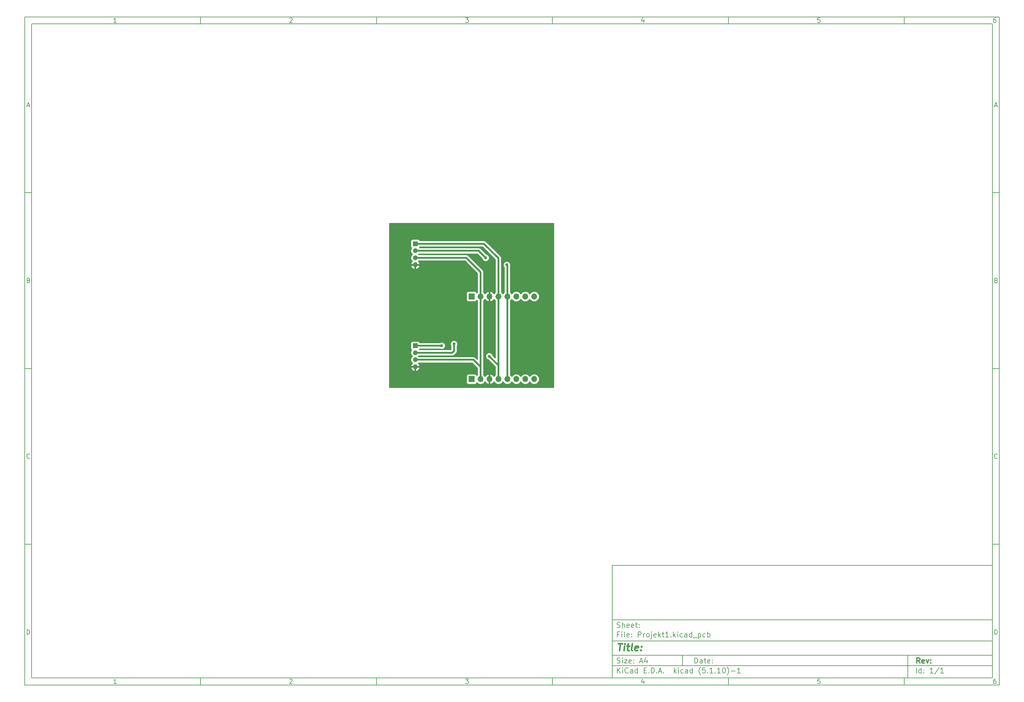
<source format=gbr>
%TF.GenerationSoftware,KiCad,Pcbnew,(5.1.10)-1*%
%TF.CreationDate,2021-11-12T10:04:19+01:00*%
%TF.ProjectId,Projekt1,50726f6a-656b-4743-912e-6b696361645f,rev?*%
%TF.SameCoordinates,Original*%
%TF.FileFunction,Copper,L1,Top*%
%TF.FilePolarity,Positive*%
%FSLAX46Y46*%
G04 Gerber Fmt 4.6, Leading zero omitted, Abs format (unit mm)*
G04 Created by KiCad (PCBNEW (5.1.10)-1) date 2021-11-12 10:04:19*
%MOMM*%
%LPD*%
G01*
G04 APERTURE LIST*
%ADD10C,0.100000*%
%ADD11C,0.150000*%
%ADD12C,0.300000*%
%ADD13C,0.400000*%
%TA.AperFunction,ComponentPad*%
%ADD14O,1.700000X1.700000*%
%TD*%
%TA.AperFunction,ComponentPad*%
%ADD15R,1.700000X1.700000*%
%TD*%
%TA.AperFunction,ComponentPad*%
%ADD16O,1.350000X1.350000*%
%TD*%
%TA.AperFunction,ComponentPad*%
%ADD17R,1.350000X1.350000*%
%TD*%
%TA.AperFunction,ViaPad*%
%ADD18C,0.800000*%
%TD*%
%TA.AperFunction,Conductor*%
%ADD19C,0.500000*%
%TD*%
%TA.AperFunction,Conductor*%
%ADD20C,0.254000*%
%TD*%
%TA.AperFunction,Conductor*%
%ADD21C,0.100000*%
%TD*%
G04 APERTURE END LIST*
D10*
D11*
X177002200Y-166007200D02*
X177002200Y-198007200D01*
X285002200Y-198007200D01*
X285002200Y-166007200D01*
X177002200Y-166007200D01*
D10*
D11*
X10000000Y-10000000D02*
X10000000Y-200007200D01*
X287002200Y-200007200D01*
X287002200Y-10000000D01*
X10000000Y-10000000D01*
D10*
D11*
X12000000Y-12000000D02*
X12000000Y-198007200D01*
X285002200Y-198007200D01*
X285002200Y-12000000D01*
X12000000Y-12000000D01*
D10*
D11*
X60000000Y-12000000D02*
X60000000Y-10000000D01*
D10*
D11*
X110000000Y-12000000D02*
X110000000Y-10000000D01*
D10*
D11*
X160000000Y-12000000D02*
X160000000Y-10000000D01*
D10*
D11*
X210000000Y-12000000D02*
X210000000Y-10000000D01*
D10*
D11*
X260000000Y-12000000D02*
X260000000Y-10000000D01*
D10*
D11*
X36065476Y-11588095D02*
X35322619Y-11588095D01*
X35694047Y-11588095D02*
X35694047Y-10288095D01*
X35570238Y-10473809D01*
X35446428Y-10597619D01*
X35322619Y-10659523D01*
D10*
D11*
X85322619Y-10411904D02*
X85384523Y-10350000D01*
X85508333Y-10288095D01*
X85817857Y-10288095D01*
X85941666Y-10350000D01*
X86003571Y-10411904D01*
X86065476Y-10535714D01*
X86065476Y-10659523D01*
X86003571Y-10845238D01*
X85260714Y-11588095D01*
X86065476Y-11588095D01*
D10*
D11*
X135260714Y-10288095D02*
X136065476Y-10288095D01*
X135632142Y-10783333D01*
X135817857Y-10783333D01*
X135941666Y-10845238D01*
X136003571Y-10907142D01*
X136065476Y-11030952D01*
X136065476Y-11340476D01*
X136003571Y-11464285D01*
X135941666Y-11526190D01*
X135817857Y-11588095D01*
X135446428Y-11588095D01*
X135322619Y-11526190D01*
X135260714Y-11464285D01*
D10*
D11*
X185941666Y-10721428D02*
X185941666Y-11588095D01*
X185632142Y-10226190D02*
X185322619Y-11154761D01*
X186127380Y-11154761D01*
D10*
D11*
X236003571Y-10288095D02*
X235384523Y-10288095D01*
X235322619Y-10907142D01*
X235384523Y-10845238D01*
X235508333Y-10783333D01*
X235817857Y-10783333D01*
X235941666Y-10845238D01*
X236003571Y-10907142D01*
X236065476Y-11030952D01*
X236065476Y-11340476D01*
X236003571Y-11464285D01*
X235941666Y-11526190D01*
X235817857Y-11588095D01*
X235508333Y-11588095D01*
X235384523Y-11526190D01*
X235322619Y-11464285D01*
D10*
D11*
X285941666Y-10288095D02*
X285694047Y-10288095D01*
X285570238Y-10350000D01*
X285508333Y-10411904D01*
X285384523Y-10597619D01*
X285322619Y-10845238D01*
X285322619Y-11340476D01*
X285384523Y-11464285D01*
X285446428Y-11526190D01*
X285570238Y-11588095D01*
X285817857Y-11588095D01*
X285941666Y-11526190D01*
X286003571Y-11464285D01*
X286065476Y-11340476D01*
X286065476Y-11030952D01*
X286003571Y-10907142D01*
X285941666Y-10845238D01*
X285817857Y-10783333D01*
X285570238Y-10783333D01*
X285446428Y-10845238D01*
X285384523Y-10907142D01*
X285322619Y-11030952D01*
D10*
D11*
X60000000Y-198007200D02*
X60000000Y-200007200D01*
D10*
D11*
X110000000Y-198007200D02*
X110000000Y-200007200D01*
D10*
D11*
X160000000Y-198007200D02*
X160000000Y-200007200D01*
D10*
D11*
X210000000Y-198007200D02*
X210000000Y-200007200D01*
D10*
D11*
X260000000Y-198007200D02*
X260000000Y-200007200D01*
D10*
D11*
X36065476Y-199595295D02*
X35322619Y-199595295D01*
X35694047Y-199595295D02*
X35694047Y-198295295D01*
X35570238Y-198481009D01*
X35446428Y-198604819D01*
X35322619Y-198666723D01*
D10*
D11*
X85322619Y-198419104D02*
X85384523Y-198357200D01*
X85508333Y-198295295D01*
X85817857Y-198295295D01*
X85941666Y-198357200D01*
X86003571Y-198419104D01*
X86065476Y-198542914D01*
X86065476Y-198666723D01*
X86003571Y-198852438D01*
X85260714Y-199595295D01*
X86065476Y-199595295D01*
D10*
D11*
X135260714Y-198295295D02*
X136065476Y-198295295D01*
X135632142Y-198790533D01*
X135817857Y-198790533D01*
X135941666Y-198852438D01*
X136003571Y-198914342D01*
X136065476Y-199038152D01*
X136065476Y-199347676D01*
X136003571Y-199471485D01*
X135941666Y-199533390D01*
X135817857Y-199595295D01*
X135446428Y-199595295D01*
X135322619Y-199533390D01*
X135260714Y-199471485D01*
D10*
D11*
X185941666Y-198728628D02*
X185941666Y-199595295D01*
X185632142Y-198233390D02*
X185322619Y-199161961D01*
X186127380Y-199161961D01*
D10*
D11*
X236003571Y-198295295D02*
X235384523Y-198295295D01*
X235322619Y-198914342D01*
X235384523Y-198852438D01*
X235508333Y-198790533D01*
X235817857Y-198790533D01*
X235941666Y-198852438D01*
X236003571Y-198914342D01*
X236065476Y-199038152D01*
X236065476Y-199347676D01*
X236003571Y-199471485D01*
X235941666Y-199533390D01*
X235817857Y-199595295D01*
X235508333Y-199595295D01*
X235384523Y-199533390D01*
X235322619Y-199471485D01*
D10*
D11*
X285941666Y-198295295D02*
X285694047Y-198295295D01*
X285570238Y-198357200D01*
X285508333Y-198419104D01*
X285384523Y-198604819D01*
X285322619Y-198852438D01*
X285322619Y-199347676D01*
X285384523Y-199471485D01*
X285446428Y-199533390D01*
X285570238Y-199595295D01*
X285817857Y-199595295D01*
X285941666Y-199533390D01*
X286003571Y-199471485D01*
X286065476Y-199347676D01*
X286065476Y-199038152D01*
X286003571Y-198914342D01*
X285941666Y-198852438D01*
X285817857Y-198790533D01*
X285570238Y-198790533D01*
X285446428Y-198852438D01*
X285384523Y-198914342D01*
X285322619Y-199038152D01*
D10*
D11*
X10000000Y-60000000D02*
X12000000Y-60000000D01*
D10*
D11*
X10000000Y-110000000D02*
X12000000Y-110000000D01*
D10*
D11*
X10000000Y-160000000D02*
X12000000Y-160000000D01*
D10*
D11*
X10690476Y-35216666D02*
X11309523Y-35216666D01*
X10566666Y-35588095D02*
X11000000Y-34288095D01*
X11433333Y-35588095D01*
D10*
D11*
X11092857Y-84907142D02*
X11278571Y-84969047D01*
X11340476Y-85030952D01*
X11402380Y-85154761D01*
X11402380Y-85340476D01*
X11340476Y-85464285D01*
X11278571Y-85526190D01*
X11154761Y-85588095D01*
X10659523Y-85588095D01*
X10659523Y-84288095D01*
X11092857Y-84288095D01*
X11216666Y-84350000D01*
X11278571Y-84411904D01*
X11340476Y-84535714D01*
X11340476Y-84659523D01*
X11278571Y-84783333D01*
X11216666Y-84845238D01*
X11092857Y-84907142D01*
X10659523Y-84907142D01*
D10*
D11*
X11402380Y-135464285D02*
X11340476Y-135526190D01*
X11154761Y-135588095D01*
X11030952Y-135588095D01*
X10845238Y-135526190D01*
X10721428Y-135402380D01*
X10659523Y-135278571D01*
X10597619Y-135030952D01*
X10597619Y-134845238D01*
X10659523Y-134597619D01*
X10721428Y-134473809D01*
X10845238Y-134350000D01*
X11030952Y-134288095D01*
X11154761Y-134288095D01*
X11340476Y-134350000D01*
X11402380Y-134411904D01*
D10*
D11*
X10659523Y-185588095D02*
X10659523Y-184288095D01*
X10969047Y-184288095D01*
X11154761Y-184350000D01*
X11278571Y-184473809D01*
X11340476Y-184597619D01*
X11402380Y-184845238D01*
X11402380Y-185030952D01*
X11340476Y-185278571D01*
X11278571Y-185402380D01*
X11154761Y-185526190D01*
X10969047Y-185588095D01*
X10659523Y-185588095D01*
D10*
D11*
X287002200Y-60000000D02*
X285002200Y-60000000D01*
D10*
D11*
X287002200Y-110000000D02*
X285002200Y-110000000D01*
D10*
D11*
X287002200Y-160000000D02*
X285002200Y-160000000D01*
D10*
D11*
X285692676Y-35216666D02*
X286311723Y-35216666D01*
X285568866Y-35588095D02*
X286002200Y-34288095D01*
X286435533Y-35588095D01*
D10*
D11*
X286095057Y-84907142D02*
X286280771Y-84969047D01*
X286342676Y-85030952D01*
X286404580Y-85154761D01*
X286404580Y-85340476D01*
X286342676Y-85464285D01*
X286280771Y-85526190D01*
X286156961Y-85588095D01*
X285661723Y-85588095D01*
X285661723Y-84288095D01*
X286095057Y-84288095D01*
X286218866Y-84350000D01*
X286280771Y-84411904D01*
X286342676Y-84535714D01*
X286342676Y-84659523D01*
X286280771Y-84783333D01*
X286218866Y-84845238D01*
X286095057Y-84907142D01*
X285661723Y-84907142D01*
D10*
D11*
X286404580Y-135464285D02*
X286342676Y-135526190D01*
X286156961Y-135588095D01*
X286033152Y-135588095D01*
X285847438Y-135526190D01*
X285723628Y-135402380D01*
X285661723Y-135278571D01*
X285599819Y-135030952D01*
X285599819Y-134845238D01*
X285661723Y-134597619D01*
X285723628Y-134473809D01*
X285847438Y-134350000D01*
X286033152Y-134288095D01*
X286156961Y-134288095D01*
X286342676Y-134350000D01*
X286404580Y-134411904D01*
D10*
D11*
X285661723Y-185588095D02*
X285661723Y-184288095D01*
X285971247Y-184288095D01*
X286156961Y-184350000D01*
X286280771Y-184473809D01*
X286342676Y-184597619D01*
X286404580Y-184845238D01*
X286404580Y-185030952D01*
X286342676Y-185278571D01*
X286280771Y-185402380D01*
X286156961Y-185526190D01*
X285971247Y-185588095D01*
X285661723Y-185588095D01*
D10*
D11*
X200434342Y-193785771D02*
X200434342Y-192285771D01*
X200791485Y-192285771D01*
X201005771Y-192357200D01*
X201148628Y-192500057D01*
X201220057Y-192642914D01*
X201291485Y-192928628D01*
X201291485Y-193142914D01*
X201220057Y-193428628D01*
X201148628Y-193571485D01*
X201005771Y-193714342D01*
X200791485Y-193785771D01*
X200434342Y-193785771D01*
X202577200Y-193785771D02*
X202577200Y-193000057D01*
X202505771Y-192857200D01*
X202362914Y-192785771D01*
X202077200Y-192785771D01*
X201934342Y-192857200D01*
X202577200Y-193714342D02*
X202434342Y-193785771D01*
X202077200Y-193785771D01*
X201934342Y-193714342D01*
X201862914Y-193571485D01*
X201862914Y-193428628D01*
X201934342Y-193285771D01*
X202077200Y-193214342D01*
X202434342Y-193214342D01*
X202577200Y-193142914D01*
X203077200Y-192785771D02*
X203648628Y-192785771D01*
X203291485Y-192285771D02*
X203291485Y-193571485D01*
X203362914Y-193714342D01*
X203505771Y-193785771D01*
X203648628Y-193785771D01*
X204720057Y-193714342D02*
X204577200Y-193785771D01*
X204291485Y-193785771D01*
X204148628Y-193714342D01*
X204077200Y-193571485D01*
X204077200Y-193000057D01*
X204148628Y-192857200D01*
X204291485Y-192785771D01*
X204577200Y-192785771D01*
X204720057Y-192857200D01*
X204791485Y-193000057D01*
X204791485Y-193142914D01*
X204077200Y-193285771D01*
X205434342Y-193642914D02*
X205505771Y-193714342D01*
X205434342Y-193785771D01*
X205362914Y-193714342D01*
X205434342Y-193642914D01*
X205434342Y-193785771D01*
X205434342Y-192857200D02*
X205505771Y-192928628D01*
X205434342Y-193000057D01*
X205362914Y-192928628D01*
X205434342Y-192857200D01*
X205434342Y-193000057D01*
D10*
D11*
X177002200Y-194507200D02*
X285002200Y-194507200D01*
D10*
D11*
X178434342Y-196585771D02*
X178434342Y-195085771D01*
X179291485Y-196585771D02*
X178648628Y-195728628D01*
X179291485Y-195085771D02*
X178434342Y-195942914D01*
X179934342Y-196585771D02*
X179934342Y-195585771D01*
X179934342Y-195085771D02*
X179862914Y-195157200D01*
X179934342Y-195228628D01*
X180005771Y-195157200D01*
X179934342Y-195085771D01*
X179934342Y-195228628D01*
X181505771Y-196442914D02*
X181434342Y-196514342D01*
X181220057Y-196585771D01*
X181077200Y-196585771D01*
X180862914Y-196514342D01*
X180720057Y-196371485D01*
X180648628Y-196228628D01*
X180577200Y-195942914D01*
X180577200Y-195728628D01*
X180648628Y-195442914D01*
X180720057Y-195300057D01*
X180862914Y-195157200D01*
X181077200Y-195085771D01*
X181220057Y-195085771D01*
X181434342Y-195157200D01*
X181505771Y-195228628D01*
X182791485Y-196585771D02*
X182791485Y-195800057D01*
X182720057Y-195657200D01*
X182577200Y-195585771D01*
X182291485Y-195585771D01*
X182148628Y-195657200D01*
X182791485Y-196514342D02*
X182648628Y-196585771D01*
X182291485Y-196585771D01*
X182148628Y-196514342D01*
X182077200Y-196371485D01*
X182077200Y-196228628D01*
X182148628Y-196085771D01*
X182291485Y-196014342D01*
X182648628Y-196014342D01*
X182791485Y-195942914D01*
X184148628Y-196585771D02*
X184148628Y-195085771D01*
X184148628Y-196514342D02*
X184005771Y-196585771D01*
X183720057Y-196585771D01*
X183577200Y-196514342D01*
X183505771Y-196442914D01*
X183434342Y-196300057D01*
X183434342Y-195871485D01*
X183505771Y-195728628D01*
X183577200Y-195657200D01*
X183720057Y-195585771D01*
X184005771Y-195585771D01*
X184148628Y-195657200D01*
X186005771Y-195800057D02*
X186505771Y-195800057D01*
X186720057Y-196585771D02*
X186005771Y-196585771D01*
X186005771Y-195085771D01*
X186720057Y-195085771D01*
X187362914Y-196442914D02*
X187434342Y-196514342D01*
X187362914Y-196585771D01*
X187291485Y-196514342D01*
X187362914Y-196442914D01*
X187362914Y-196585771D01*
X188077200Y-196585771D02*
X188077200Y-195085771D01*
X188434342Y-195085771D01*
X188648628Y-195157200D01*
X188791485Y-195300057D01*
X188862914Y-195442914D01*
X188934342Y-195728628D01*
X188934342Y-195942914D01*
X188862914Y-196228628D01*
X188791485Y-196371485D01*
X188648628Y-196514342D01*
X188434342Y-196585771D01*
X188077200Y-196585771D01*
X189577200Y-196442914D02*
X189648628Y-196514342D01*
X189577200Y-196585771D01*
X189505771Y-196514342D01*
X189577200Y-196442914D01*
X189577200Y-196585771D01*
X190220057Y-196157200D02*
X190934342Y-196157200D01*
X190077200Y-196585771D02*
X190577200Y-195085771D01*
X191077200Y-196585771D01*
X191577200Y-196442914D02*
X191648628Y-196514342D01*
X191577200Y-196585771D01*
X191505771Y-196514342D01*
X191577200Y-196442914D01*
X191577200Y-196585771D01*
X194577200Y-196585771D02*
X194577200Y-195085771D01*
X194720057Y-196014342D02*
X195148628Y-196585771D01*
X195148628Y-195585771D02*
X194577200Y-196157200D01*
X195791485Y-196585771D02*
X195791485Y-195585771D01*
X195791485Y-195085771D02*
X195720057Y-195157200D01*
X195791485Y-195228628D01*
X195862914Y-195157200D01*
X195791485Y-195085771D01*
X195791485Y-195228628D01*
X197148628Y-196514342D02*
X197005771Y-196585771D01*
X196720057Y-196585771D01*
X196577200Y-196514342D01*
X196505771Y-196442914D01*
X196434342Y-196300057D01*
X196434342Y-195871485D01*
X196505771Y-195728628D01*
X196577200Y-195657200D01*
X196720057Y-195585771D01*
X197005771Y-195585771D01*
X197148628Y-195657200D01*
X198434342Y-196585771D02*
X198434342Y-195800057D01*
X198362914Y-195657200D01*
X198220057Y-195585771D01*
X197934342Y-195585771D01*
X197791485Y-195657200D01*
X198434342Y-196514342D02*
X198291485Y-196585771D01*
X197934342Y-196585771D01*
X197791485Y-196514342D01*
X197720057Y-196371485D01*
X197720057Y-196228628D01*
X197791485Y-196085771D01*
X197934342Y-196014342D01*
X198291485Y-196014342D01*
X198434342Y-195942914D01*
X199791485Y-196585771D02*
X199791485Y-195085771D01*
X199791485Y-196514342D02*
X199648628Y-196585771D01*
X199362914Y-196585771D01*
X199220057Y-196514342D01*
X199148628Y-196442914D01*
X199077200Y-196300057D01*
X199077200Y-195871485D01*
X199148628Y-195728628D01*
X199220057Y-195657200D01*
X199362914Y-195585771D01*
X199648628Y-195585771D01*
X199791485Y-195657200D01*
X202077200Y-197157200D02*
X202005771Y-197085771D01*
X201862914Y-196871485D01*
X201791485Y-196728628D01*
X201720057Y-196514342D01*
X201648628Y-196157200D01*
X201648628Y-195871485D01*
X201720057Y-195514342D01*
X201791485Y-195300057D01*
X201862914Y-195157200D01*
X202005771Y-194942914D01*
X202077200Y-194871485D01*
X203362914Y-195085771D02*
X202648628Y-195085771D01*
X202577200Y-195800057D01*
X202648628Y-195728628D01*
X202791485Y-195657200D01*
X203148628Y-195657200D01*
X203291485Y-195728628D01*
X203362914Y-195800057D01*
X203434342Y-195942914D01*
X203434342Y-196300057D01*
X203362914Y-196442914D01*
X203291485Y-196514342D01*
X203148628Y-196585771D01*
X202791485Y-196585771D01*
X202648628Y-196514342D01*
X202577200Y-196442914D01*
X204077200Y-196442914D02*
X204148628Y-196514342D01*
X204077200Y-196585771D01*
X204005771Y-196514342D01*
X204077200Y-196442914D01*
X204077200Y-196585771D01*
X205577200Y-196585771D02*
X204720057Y-196585771D01*
X205148628Y-196585771D02*
X205148628Y-195085771D01*
X205005771Y-195300057D01*
X204862914Y-195442914D01*
X204720057Y-195514342D01*
X206220057Y-196442914D02*
X206291485Y-196514342D01*
X206220057Y-196585771D01*
X206148628Y-196514342D01*
X206220057Y-196442914D01*
X206220057Y-196585771D01*
X207720057Y-196585771D02*
X206862914Y-196585771D01*
X207291485Y-196585771D02*
X207291485Y-195085771D01*
X207148628Y-195300057D01*
X207005771Y-195442914D01*
X206862914Y-195514342D01*
X208648628Y-195085771D02*
X208791485Y-195085771D01*
X208934342Y-195157200D01*
X209005771Y-195228628D01*
X209077200Y-195371485D01*
X209148628Y-195657200D01*
X209148628Y-196014342D01*
X209077200Y-196300057D01*
X209005771Y-196442914D01*
X208934342Y-196514342D01*
X208791485Y-196585771D01*
X208648628Y-196585771D01*
X208505771Y-196514342D01*
X208434342Y-196442914D01*
X208362914Y-196300057D01*
X208291485Y-196014342D01*
X208291485Y-195657200D01*
X208362914Y-195371485D01*
X208434342Y-195228628D01*
X208505771Y-195157200D01*
X208648628Y-195085771D01*
X209648628Y-197157200D02*
X209720057Y-197085771D01*
X209862914Y-196871485D01*
X209934342Y-196728628D01*
X210005771Y-196514342D01*
X210077200Y-196157200D01*
X210077200Y-195871485D01*
X210005771Y-195514342D01*
X209934342Y-195300057D01*
X209862914Y-195157200D01*
X209720057Y-194942914D01*
X209648628Y-194871485D01*
X210791485Y-196014342D02*
X211934342Y-196014342D01*
X213434342Y-196585771D02*
X212577200Y-196585771D01*
X213005771Y-196585771D02*
X213005771Y-195085771D01*
X212862914Y-195300057D01*
X212720057Y-195442914D01*
X212577200Y-195514342D01*
D10*
D11*
X177002200Y-191507200D02*
X285002200Y-191507200D01*
D10*
D12*
X264411485Y-193785771D02*
X263911485Y-193071485D01*
X263554342Y-193785771D02*
X263554342Y-192285771D01*
X264125771Y-192285771D01*
X264268628Y-192357200D01*
X264340057Y-192428628D01*
X264411485Y-192571485D01*
X264411485Y-192785771D01*
X264340057Y-192928628D01*
X264268628Y-193000057D01*
X264125771Y-193071485D01*
X263554342Y-193071485D01*
X265625771Y-193714342D02*
X265482914Y-193785771D01*
X265197200Y-193785771D01*
X265054342Y-193714342D01*
X264982914Y-193571485D01*
X264982914Y-193000057D01*
X265054342Y-192857200D01*
X265197200Y-192785771D01*
X265482914Y-192785771D01*
X265625771Y-192857200D01*
X265697200Y-193000057D01*
X265697200Y-193142914D01*
X264982914Y-193285771D01*
X266197200Y-192785771D02*
X266554342Y-193785771D01*
X266911485Y-192785771D01*
X267482914Y-193642914D02*
X267554342Y-193714342D01*
X267482914Y-193785771D01*
X267411485Y-193714342D01*
X267482914Y-193642914D01*
X267482914Y-193785771D01*
X267482914Y-192857200D02*
X267554342Y-192928628D01*
X267482914Y-193000057D01*
X267411485Y-192928628D01*
X267482914Y-192857200D01*
X267482914Y-193000057D01*
D10*
D11*
X178362914Y-193714342D02*
X178577200Y-193785771D01*
X178934342Y-193785771D01*
X179077200Y-193714342D01*
X179148628Y-193642914D01*
X179220057Y-193500057D01*
X179220057Y-193357200D01*
X179148628Y-193214342D01*
X179077200Y-193142914D01*
X178934342Y-193071485D01*
X178648628Y-193000057D01*
X178505771Y-192928628D01*
X178434342Y-192857200D01*
X178362914Y-192714342D01*
X178362914Y-192571485D01*
X178434342Y-192428628D01*
X178505771Y-192357200D01*
X178648628Y-192285771D01*
X179005771Y-192285771D01*
X179220057Y-192357200D01*
X179862914Y-193785771D02*
X179862914Y-192785771D01*
X179862914Y-192285771D02*
X179791485Y-192357200D01*
X179862914Y-192428628D01*
X179934342Y-192357200D01*
X179862914Y-192285771D01*
X179862914Y-192428628D01*
X180434342Y-192785771D02*
X181220057Y-192785771D01*
X180434342Y-193785771D01*
X181220057Y-193785771D01*
X182362914Y-193714342D02*
X182220057Y-193785771D01*
X181934342Y-193785771D01*
X181791485Y-193714342D01*
X181720057Y-193571485D01*
X181720057Y-193000057D01*
X181791485Y-192857200D01*
X181934342Y-192785771D01*
X182220057Y-192785771D01*
X182362914Y-192857200D01*
X182434342Y-193000057D01*
X182434342Y-193142914D01*
X181720057Y-193285771D01*
X183077200Y-193642914D02*
X183148628Y-193714342D01*
X183077200Y-193785771D01*
X183005771Y-193714342D01*
X183077200Y-193642914D01*
X183077200Y-193785771D01*
X183077200Y-192857200D02*
X183148628Y-192928628D01*
X183077200Y-193000057D01*
X183005771Y-192928628D01*
X183077200Y-192857200D01*
X183077200Y-193000057D01*
X184862914Y-193357200D02*
X185577200Y-193357200D01*
X184720057Y-193785771D02*
X185220057Y-192285771D01*
X185720057Y-193785771D01*
X186862914Y-192785771D02*
X186862914Y-193785771D01*
X186505771Y-192214342D02*
X186148628Y-193285771D01*
X187077200Y-193285771D01*
D10*
D11*
X263434342Y-196585771D02*
X263434342Y-195085771D01*
X264791485Y-196585771D02*
X264791485Y-195085771D01*
X264791485Y-196514342D02*
X264648628Y-196585771D01*
X264362914Y-196585771D01*
X264220057Y-196514342D01*
X264148628Y-196442914D01*
X264077200Y-196300057D01*
X264077200Y-195871485D01*
X264148628Y-195728628D01*
X264220057Y-195657200D01*
X264362914Y-195585771D01*
X264648628Y-195585771D01*
X264791485Y-195657200D01*
X265505771Y-196442914D02*
X265577200Y-196514342D01*
X265505771Y-196585771D01*
X265434342Y-196514342D01*
X265505771Y-196442914D01*
X265505771Y-196585771D01*
X265505771Y-195657200D02*
X265577200Y-195728628D01*
X265505771Y-195800057D01*
X265434342Y-195728628D01*
X265505771Y-195657200D01*
X265505771Y-195800057D01*
X268148628Y-196585771D02*
X267291485Y-196585771D01*
X267720057Y-196585771D02*
X267720057Y-195085771D01*
X267577200Y-195300057D01*
X267434342Y-195442914D01*
X267291485Y-195514342D01*
X269862914Y-195014342D02*
X268577200Y-196942914D01*
X271148628Y-196585771D02*
X270291485Y-196585771D01*
X270720057Y-196585771D02*
X270720057Y-195085771D01*
X270577200Y-195300057D01*
X270434342Y-195442914D01*
X270291485Y-195514342D01*
D10*
D11*
X177002200Y-187507200D02*
X285002200Y-187507200D01*
D10*
D13*
X178714580Y-188211961D02*
X179857438Y-188211961D01*
X179036009Y-190211961D02*
X179286009Y-188211961D01*
X180274104Y-190211961D02*
X180440771Y-188878628D01*
X180524104Y-188211961D02*
X180416961Y-188307200D01*
X180500295Y-188402438D01*
X180607438Y-188307200D01*
X180524104Y-188211961D01*
X180500295Y-188402438D01*
X181107438Y-188878628D02*
X181869342Y-188878628D01*
X181476485Y-188211961D02*
X181262200Y-189926247D01*
X181333628Y-190116723D01*
X181512200Y-190211961D01*
X181702676Y-190211961D01*
X182655057Y-190211961D02*
X182476485Y-190116723D01*
X182405057Y-189926247D01*
X182619342Y-188211961D01*
X184190771Y-190116723D02*
X183988390Y-190211961D01*
X183607438Y-190211961D01*
X183428866Y-190116723D01*
X183357438Y-189926247D01*
X183452676Y-189164342D01*
X183571723Y-188973866D01*
X183774104Y-188878628D01*
X184155057Y-188878628D01*
X184333628Y-188973866D01*
X184405057Y-189164342D01*
X184381247Y-189354819D01*
X183405057Y-189545295D01*
X185155057Y-190021485D02*
X185238390Y-190116723D01*
X185131247Y-190211961D01*
X185047914Y-190116723D01*
X185155057Y-190021485D01*
X185131247Y-190211961D01*
X185286009Y-188973866D02*
X185369342Y-189069104D01*
X185262200Y-189164342D01*
X185178866Y-189069104D01*
X185286009Y-188973866D01*
X185262200Y-189164342D01*
D10*
D11*
X178934342Y-185600057D02*
X178434342Y-185600057D01*
X178434342Y-186385771D02*
X178434342Y-184885771D01*
X179148628Y-184885771D01*
X179720057Y-186385771D02*
X179720057Y-185385771D01*
X179720057Y-184885771D02*
X179648628Y-184957200D01*
X179720057Y-185028628D01*
X179791485Y-184957200D01*
X179720057Y-184885771D01*
X179720057Y-185028628D01*
X180648628Y-186385771D02*
X180505771Y-186314342D01*
X180434342Y-186171485D01*
X180434342Y-184885771D01*
X181791485Y-186314342D02*
X181648628Y-186385771D01*
X181362914Y-186385771D01*
X181220057Y-186314342D01*
X181148628Y-186171485D01*
X181148628Y-185600057D01*
X181220057Y-185457200D01*
X181362914Y-185385771D01*
X181648628Y-185385771D01*
X181791485Y-185457200D01*
X181862914Y-185600057D01*
X181862914Y-185742914D01*
X181148628Y-185885771D01*
X182505771Y-186242914D02*
X182577200Y-186314342D01*
X182505771Y-186385771D01*
X182434342Y-186314342D01*
X182505771Y-186242914D01*
X182505771Y-186385771D01*
X182505771Y-185457200D02*
X182577200Y-185528628D01*
X182505771Y-185600057D01*
X182434342Y-185528628D01*
X182505771Y-185457200D01*
X182505771Y-185600057D01*
X184362914Y-186385771D02*
X184362914Y-184885771D01*
X184934342Y-184885771D01*
X185077200Y-184957200D01*
X185148628Y-185028628D01*
X185220057Y-185171485D01*
X185220057Y-185385771D01*
X185148628Y-185528628D01*
X185077200Y-185600057D01*
X184934342Y-185671485D01*
X184362914Y-185671485D01*
X185862914Y-186385771D02*
X185862914Y-185385771D01*
X185862914Y-185671485D02*
X185934342Y-185528628D01*
X186005771Y-185457200D01*
X186148628Y-185385771D01*
X186291485Y-185385771D01*
X187005771Y-186385771D02*
X186862914Y-186314342D01*
X186791485Y-186242914D01*
X186720057Y-186100057D01*
X186720057Y-185671485D01*
X186791485Y-185528628D01*
X186862914Y-185457200D01*
X187005771Y-185385771D01*
X187220057Y-185385771D01*
X187362914Y-185457200D01*
X187434342Y-185528628D01*
X187505771Y-185671485D01*
X187505771Y-186100057D01*
X187434342Y-186242914D01*
X187362914Y-186314342D01*
X187220057Y-186385771D01*
X187005771Y-186385771D01*
X188148628Y-185385771D02*
X188148628Y-186671485D01*
X188077200Y-186814342D01*
X187934342Y-186885771D01*
X187862914Y-186885771D01*
X188148628Y-184885771D02*
X188077200Y-184957200D01*
X188148628Y-185028628D01*
X188220057Y-184957200D01*
X188148628Y-184885771D01*
X188148628Y-185028628D01*
X189434342Y-186314342D02*
X189291485Y-186385771D01*
X189005771Y-186385771D01*
X188862914Y-186314342D01*
X188791485Y-186171485D01*
X188791485Y-185600057D01*
X188862914Y-185457200D01*
X189005771Y-185385771D01*
X189291485Y-185385771D01*
X189434342Y-185457200D01*
X189505771Y-185600057D01*
X189505771Y-185742914D01*
X188791485Y-185885771D01*
X190148628Y-186385771D02*
X190148628Y-184885771D01*
X190291485Y-185814342D02*
X190720057Y-186385771D01*
X190720057Y-185385771D02*
X190148628Y-185957200D01*
X191148628Y-185385771D02*
X191720057Y-185385771D01*
X191362914Y-184885771D02*
X191362914Y-186171485D01*
X191434342Y-186314342D01*
X191577200Y-186385771D01*
X191720057Y-186385771D01*
X193005771Y-186385771D02*
X192148628Y-186385771D01*
X192577200Y-186385771D02*
X192577200Y-184885771D01*
X192434342Y-185100057D01*
X192291485Y-185242914D01*
X192148628Y-185314342D01*
X193648628Y-186242914D02*
X193720057Y-186314342D01*
X193648628Y-186385771D01*
X193577200Y-186314342D01*
X193648628Y-186242914D01*
X193648628Y-186385771D01*
X194362914Y-186385771D02*
X194362914Y-184885771D01*
X194505771Y-185814342D02*
X194934342Y-186385771D01*
X194934342Y-185385771D02*
X194362914Y-185957200D01*
X195577200Y-186385771D02*
X195577200Y-185385771D01*
X195577200Y-184885771D02*
X195505771Y-184957200D01*
X195577200Y-185028628D01*
X195648628Y-184957200D01*
X195577200Y-184885771D01*
X195577200Y-185028628D01*
X196934342Y-186314342D02*
X196791485Y-186385771D01*
X196505771Y-186385771D01*
X196362914Y-186314342D01*
X196291485Y-186242914D01*
X196220057Y-186100057D01*
X196220057Y-185671485D01*
X196291485Y-185528628D01*
X196362914Y-185457200D01*
X196505771Y-185385771D01*
X196791485Y-185385771D01*
X196934342Y-185457200D01*
X198220057Y-186385771D02*
X198220057Y-185600057D01*
X198148628Y-185457200D01*
X198005771Y-185385771D01*
X197720057Y-185385771D01*
X197577200Y-185457200D01*
X198220057Y-186314342D02*
X198077200Y-186385771D01*
X197720057Y-186385771D01*
X197577200Y-186314342D01*
X197505771Y-186171485D01*
X197505771Y-186028628D01*
X197577200Y-185885771D01*
X197720057Y-185814342D01*
X198077200Y-185814342D01*
X198220057Y-185742914D01*
X199577200Y-186385771D02*
X199577200Y-184885771D01*
X199577200Y-186314342D02*
X199434342Y-186385771D01*
X199148628Y-186385771D01*
X199005771Y-186314342D01*
X198934342Y-186242914D01*
X198862914Y-186100057D01*
X198862914Y-185671485D01*
X198934342Y-185528628D01*
X199005771Y-185457200D01*
X199148628Y-185385771D01*
X199434342Y-185385771D01*
X199577200Y-185457200D01*
X199934342Y-186528628D02*
X201077200Y-186528628D01*
X201434342Y-185385771D02*
X201434342Y-186885771D01*
X201434342Y-185457200D02*
X201577200Y-185385771D01*
X201862914Y-185385771D01*
X202005771Y-185457200D01*
X202077200Y-185528628D01*
X202148628Y-185671485D01*
X202148628Y-186100057D01*
X202077200Y-186242914D01*
X202005771Y-186314342D01*
X201862914Y-186385771D01*
X201577200Y-186385771D01*
X201434342Y-186314342D01*
X203434342Y-186314342D02*
X203291485Y-186385771D01*
X203005771Y-186385771D01*
X202862914Y-186314342D01*
X202791485Y-186242914D01*
X202720057Y-186100057D01*
X202720057Y-185671485D01*
X202791485Y-185528628D01*
X202862914Y-185457200D01*
X203005771Y-185385771D01*
X203291485Y-185385771D01*
X203434342Y-185457200D01*
X204077200Y-186385771D02*
X204077200Y-184885771D01*
X204077200Y-185457200D02*
X204220057Y-185385771D01*
X204505771Y-185385771D01*
X204648628Y-185457200D01*
X204720057Y-185528628D01*
X204791485Y-185671485D01*
X204791485Y-186100057D01*
X204720057Y-186242914D01*
X204648628Y-186314342D01*
X204505771Y-186385771D01*
X204220057Y-186385771D01*
X204077200Y-186314342D01*
D10*
D11*
X177002200Y-181507200D02*
X285002200Y-181507200D01*
D10*
D11*
X178362914Y-183614342D02*
X178577200Y-183685771D01*
X178934342Y-183685771D01*
X179077200Y-183614342D01*
X179148628Y-183542914D01*
X179220057Y-183400057D01*
X179220057Y-183257200D01*
X179148628Y-183114342D01*
X179077200Y-183042914D01*
X178934342Y-182971485D01*
X178648628Y-182900057D01*
X178505771Y-182828628D01*
X178434342Y-182757200D01*
X178362914Y-182614342D01*
X178362914Y-182471485D01*
X178434342Y-182328628D01*
X178505771Y-182257200D01*
X178648628Y-182185771D01*
X179005771Y-182185771D01*
X179220057Y-182257200D01*
X179862914Y-183685771D02*
X179862914Y-182185771D01*
X180505771Y-183685771D02*
X180505771Y-182900057D01*
X180434342Y-182757200D01*
X180291485Y-182685771D01*
X180077200Y-182685771D01*
X179934342Y-182757200D01*
X179862914Y-182828628D01*
X181791485Y-183614342D02*
X181648628Y-183685771D01*
X181362914Y-183685771D01*
X181220057Y-183614342D01*
X181148628Y-183471485D01*
X181148628Y-182900057D01*
X181220057Y-182757200D01*
X181362914Y-182685771D01*
X181648628Y-182685771D01*
X181791485Y-182757200D01*
X181862914Y-182900057D01*
X181862914Y-183042914D01*
X181148628Y-183185771D01*
X183077200Y-183614342D02*
X182934342Y-183685771D01*
X182648628Y-183685771D01*
X182505771Y-183614342D01*
X182434342Y-183471485D01*
X182434342Y-182900057D01*
X182505771Y-182757200D01*
X182648628Y-182685771D01*
X182934342Y-182685771D01*
X183077200Y-182757200D01*
X183148628Y-182900057D01*
X183148628Y-183042914D01*
X182434342Y-183185771D01*
X183577200Y-182685771D02*
X184148628Y-182685771D01*
X183791485Y-182185771D02*
X183791485Y-183471485D01*
X183862914Y-183614342D01*
X184005771Y-183685771D01*
X184148628Y-183685771D01*
X184648628Y-183542914D02*
X184720057Y-183614342D01*
X184648628Y-183685771D01*
X184577200Y-183614342D01*
X184648628Y-183542914D01*
X184648628Y-183685771D01*
X184648628Y-182757200D02*
X184720057Y-182828628D01*
X184648628Y-182900057D01*
X184577200Y-182828628D01*
X184648628Y-182757200D01*
X184648628Y-182900057D01*
D10*
D11*
X197002200Y-191507200D02*
X197002200Y-194507200D01*
D10*
D11*
X261002200Y-191507200D02*
X261002200Y-198007200D01*
D14*
%TO.P,J4,8*%
%TO.N,N/C*%
X154780000Y-113000000D03*
%TO.P,J4,7*%
X152240000Y-113000000D03*
%TO.P,J4,6*%
X149700000Y-113000000D03*
%TO.P,J4,5*%
%TO.N,SDA*%
X147160000Y-113000000D03*
%TO.P,J4,4*%
%TO.N,SCL*%
X144620000Y-113000000D03*
%TO.P,J4,3*%
%TO.N,GND*%
X142080000Y-113000000D03*
%TO.P,J4,2*%
%TO.N,+3V3*%
X139540000Y-113000000D03*
D15*
%TO.P,J4,1*%
%TO.N,N/C*%
X137000000Y-113000000D03*
%TD*%
D14*
%TO.P,J3,8*%
%TO.N,N/C*%
X154780000Y-89500000D03*
%TO.P,J3,7*%
X152240000Y-89500000D03*
%TO.P,J3,6*%
X149700000Y-89500000D03*
%TO.P,J3,5*%
%TO.N,SDA*%
X147160000Y-89500000D03*
%TO.P,J3,4*%
%TO.N,SCL*%
X144620000Y-89500000D03*
%TO.P,J3,3*%
%TO.N,GND*%
X142080000Y-89500000D03*
%TO.P,J3,2*%
%TO.N,+3V3*%
X139540000Y-89500000D03*
D15*
%TO.P,J3,1*%
%TO.N,N/C*%
X137000000Y-89500000D03*
%TD*%
D16*
%TO.P,J2,4*%
%TO.N,GND*%
X121000000Y-109500000D03*
%TO.P,J2,3*%
%TO.N,+3V3*%
X121000000Y-107500000D03*
%TO.P,J2,2*%
%TO.N,SDA*%
X121000000Y-105500000D03*
D17*
%TO.P,J2,1*%
%TO.N,SCL*%
X121000000Y-103500000D03*
%TD*%
D16*
%TO.P,J1,4*%
%TO.N,GND*%
X121000000Y-80500000D03*
%TO.P,J1,3*%
%TO.N,+3V3*%
X121000000Y-78500000D03*
%TO.P,J1,2*%
%TO.N,SDA*%
X121000000Y-76500000D03*
D17*
%TO.P,J1,1*%
%TO.N,SCL*%
X121000000Y-74500000D03*
%TD*%
D18*
%TO.N,GND*%
X159000000Y-70000000D03*
X159000000Y-113500000D03*
X129500000Y-113500000D03*
X116500000Y-91500000D03*
X129000000Y-71000000D03*
X136000000Y-95000000D03*
%TO.N,SDA*%
X141000000Y-78500000D03*
X147000000Y-80500000D03*
X132000000Y-103000000D03*
%TO.N,SCL*%
X142000000Y-106500000D03*
X128500000Y-103500000D03*
%TD*%
D19*
%TO.N,+3V3*%
X137500000Y-107500000D02*
X139540000Y-109540000D01*
X123850000Y-107500000D02*
X137500000Y-107500000D01*
X139540000Y-109540000D02*
X139540000Y-113000000D01*
X123850000Y-78500000D02*
X121000000Y-78500000D01*
X135500000Y-78500000D02*
X123850000Y-78500000D01*
X139540000Y-82540000D02*
X135500000Y-78500000D01*
X139540000Y-109540000D02*
X139540000Y-82540000D01*
X123850000Y-107500000D02*
X121000000Y-107500000D01*
%TO.N,SDA*%
X139000000Y-76500000D02*
X141000000Y-78500000D01*
X123850000Y-76500000D02*
X139000000Y-76500000D01*
X147160000Y-80660000D02*
X147000000Y-80500000D01*
X147160000Y-87500000D02*
X147160000Y-80660000D01*
X147160000Y-87500000D02*
X147160000Y-113000000D01*
X132000000Y-103000000D02*
X132000000Y-105000000D01*
X131500000Y-105500000D02*
X132000000Y-105000000D01*
X123850000Y-105500000D02*
X131500000Y-105500000D01*
X123850000Y-76500000D02*
X121000000Y-76500000D01*
X123850000Y-105500000D02*
X121000000Y-105500000D01*
%TO.N,SCL*%
X144620000Y-113000000D02*
X144620000Y-109120000D01*
X144620000Y-109120000D02*
X142000000Y-106500000D01*
X128500000Y-103500000D02*
X123850000Y-103500000D01*
X123850000Y-74500000D02*
X121000000Y-74500000D01*
X144620000Y-78620000D02*
X140500000Y-74500000D01*
X140500000Y-74500000D02*
X123850000Y-74500000D01*
X144620000Y-113000000D02*
X144620000Y-78620000D01*
X123850000Y-103500000D02*
X121000000Y-103500000D01*
%TD*%
D20*
%TO.N,GND*%
X160340001Y-115340000D02*
X113660000Y-115340000D01*
X113660000Y-109829400D01*
X119732090Y-109829400D01*
X119762762Y-109930528D01*
X119870527Y-110163629D01*
X120021697Y-110371227D01*
X120210463Y-110545344D01*
X120429570Y-110679289D01*
X120670599Y-110767915D01*
X120873000Y-110645085D01*
X120873000Y-109627000D01*
X121127000Y-109627000D01*
X121127000Y-110645085D01*
X121329401Y-110767915D01*
X121570430Y-110679289D01*
X121789537Y-110545344D01*
X121978303Y-110371227D01*
X122129473Y-110163629D01*
X122237238Y-109930528D01*
X122267910Y-109829400D01*
X122144224Y-109627000D01*
X121127000Y-109627000D01*
X120873000Y-109627000D01*
X119855776Y-109627000D01*
X119732090Y-109829400D01*
X113660000Y-109829400D01*
X113660000Y-80829400D01*
X119732090Y-80829400D01*
X119762762Y-80930528D01*
X119870527Y-81163629D01*
X120021697Y-81371227D01*
X120210463Y-81545344D01*
X120429570Y-81679289D01*
X120670599Y-81767915D01*
X120873000Y-81645085D01*
X120873000Y-80627000D01*
X121127000Y-80627000D01*
X121127000Y-81645085D01*
X121329401Y-81767915D01*
X121570430Y-81679289D01*
X121789537Y-81545344D01*
X121978303Y-81371227D01*
X122129473Y-81163629D01*
X122237238Y-80930528D01*
X122267910Y-80829400D01*
X122144224Y-80627000D01*
X121127000Y-80627000D01*
X120873000Y-80627000D01*
X119855776Y-80627000D01*
X119732090Y-80829400D01*
X113660000Y-80829400D01*
X113660000Y-73825000D01*
X119686928Y-73825000D01*
X119686928Y-75175000D01*
X119699188Y-75299482D01*
X119735498Y-75419180D01*
X119794463Y-75529494D01*
X119873815Y-75626185D01*
X119960697Y-75697487D01*
X119839093Y-75879482D01*
X119740342Y-76117887D01*
X119690000Y-76370976D01*
X119690000Y-76629024D01*
X119740342Y-76882113D01*
X119839093Y-77120518D01*
X119982456Y-77335077D01*
X120147379Y-77500000D01*
X119982456Y-77664923D01*
X119839093Y-77879482D01*
X119740342Y-78117887D01*
X119690000Y-78370976D01*
X119690000Y-78629024D01*
X119740342Y-78882113D01*
X119839093Y-79120518D01*
X119982456Y-79335077D01*
X120154060Y-79506681D01*
X120021697Y-79628773D01*
X119870527Y-79836371D01*
X119762762Y-80069472D01*
X119732090Y-80170600D01*
X119855776Y-80373000D01*
X120873000Y-80373000D01*
X120873000Y-80353000D01*
X121127000Y-80353000D01*
X121127000Y-80373000D01*
X122144224Y-80373000D01*
X122267910Y-80170600D01*
X122237238Y-80069472D01*
X122129473Y-79836371D01*
X121978303Y-79628773D01*
X121845940Y-79506681D01*
X121967621Y-79385000D01*
X135133422Y-79385000D01*
X138655001Y-82906580D01*
X138655001Y-88305343D01*
X138593368Y-88346525D01*
X138461513Y-88478380D01*
X138439502Y-88405820D01*
X138380537Y-88295506D01*
X138301185Y-88198815D01*
X138204494Y-88119463D01*
X138094180Y-88060498D01*
X137974482Y-88024188D01*
X137850000Y-88011928D01*
X136150000Y-88011928D01*
X136025518Y-88024188D01*
X135905820Y-88060498D01*
X135795506Y-88119463D01*
X135698815Y-88198815D01*
X135619463Y-88295506D01*
X135560498Y-88405820D01*
X135524188Y-88525518D01*
X135511928Y-88650000D01*
X135511928Y-90350000D01*
X135524188Y-90474482D01*
X135560498Y-90594180D01*
X135619463Y-90704494D01*
X135698815Y-90801185D01*
X135795506Y-90880537D01*
X135905820Y-90939502D01*
X136025518Y-90975812D01*
X136150000Y-90988072D01*
X137850000Y-90988072D01*
X137974482Y-90975812D01*
X138094180Y-90939502D01*
X138204494Y-90880537D01*
X138301185Y-90801185D01*
X138380537Y-90704494D01*
X138439502Y-90594180D01*
X138461513Y-90521620D01*
X138593368Y-90653475D01*
X138655001Y-90694657D01*
X138655000Y-107403422D01*
X138156534Y-106904956D01*
X138128817Y-106871183D01*
X137994059Y-106760589D01*
X137840313Y-106678411D01*
X137673490Y-106627805D01*
X137543477Y-106615000D01*
X137543469Y-106615000D01*
X137500000Y-106610719D01*
X137456531Y-106615000D01*
X121967621Y-106615000D01*
X121852621Y-106500000D01*
X121967621Y-106385000D01*
X131456531Y-106385000D01*
X131500000Y-106389281D01*
X131543469Y-106385000D01*
X131543477Y-106385000D01*
X131673490Y-106372195D01*
X131840313Y-106321589D01*
X131994059Y-106239411D01*
X132128817Y-106128817D01*
X132156534Y-106095044D01*
X132595044Y-105656534D01*
X132628817Y-105628817D01*
X132739411Y-105494059D01*
X132821589Y-105340313D01*
X132872195Y-105173490D01*
X132885000Y-105043477D01*
X132885000Y-105043469D01*
X132889281Y-105000000D01*
X132885000Y-104956531D01*
X132885000Y-103538454D01*
X132917205Y-103490256D01*
X132995226Y-103301898D01*
X133035000Y-103101939D01*
X133035000Y-102898061D01*
X132995226Y-102698102D01*
X132917205Y-102509744D01*
X132803937Y-102340226D01*
X132659774Y-102196063D01*
X132490256Y-102082795D01*
X132301898Y-102004774D01*
X132101939Y-101965000D01*
X131898061Y-101965000D01*
X131698102Y-102004774D01*
X131509744Y-102082795D01*
X131340226Y-102196063D01*
X131196063Y-102340226D01*
X131082795Y-102509744D01*
X131004774Y-102698102D01*
X130965000Y-102898061D01*
X130965000Y-103101939D01*
X131004774Y-103301898D01*
X131082795Y-103490256D01*
X131115000Y-103538455D01*
X131115001Y-104615000D01*
X122135364Y-104615000D01*
X122205537Y-104529494D01*
X122264502Y-104419180D01*
X122274870Y-104385000D01*
X127961546Y-104385000D01*
X128009744Y-104417205D01*
X128198102Y-104495226D01*
X128398061Y-104535000D01*
X128601939Y-104535000D01*
X128801898Y-104495226D01*
X128990256Y-104417205D01*
X129159774Y-104303937D01*
X129303937Y-104159774D01*
X129417205Y-103990256D01*
X129495226Y-103801898D01*
X129535000Y-103601939D01*
X129535000Y-103398061D01*
X129495226Y-103198102D01*
X129417205Y-103009744D01*
X129303937Y-102840226D01*
X129159774Y-102696063D01*
X128990256Y-102582795D01*
X128801898Y-102504774D01*
X128601939Y-102465000D01*
X128398061Y-102465000D01*
X128198102Y-102504774D01*
X128009744Y-102582795D01*
X127961546Y-102615000D01*
X122274870Y-102615000D01*
X122264502Y-102580820D01*
X122205537Y-102470506D01*
X122126185Y-102373815D01*
X122029494Y-102294463D01*
X121919180Y-102235498D01*
X121799482Y-102199188D01*
X121675000Y-102186928D01*
X120325000Y-102186928D01*
X120200518Y-102199188D01*
X120080820Y-102235498D01*
X119970506Y-102294463D01*
X119873815Y-102373815D01*
X119794463Y-102470506D01*
X119735498Y-102580820D01*
X119699188Y-102700518D01*
X119686928Y-102825000D01*
X119686928Y-104175000D01*
X119699188Y-104299482D01*
X119735498Y-104419180D01*
X119794463Y-104529494D01*
X119873815Y-104626185D01*
X119960697Y-104697487D01*
X119839093Y-104879482D01*
X119740342Y-105117887D01*
X119690000Y-105370976D01*
X119690000Y-105629024D01*
X119740342Y-105882113D01*
X119839093Y-106120518D01*
X119982456Y-106335077D01*
X120147379Y-106500000D01*
X119982456Y-106664923D01*
X119839093Y-106879482D01*
X119740342Y-107117887D01*
X119690000Y-107370976D01*
X119690000Y-107629024D01*
X119740342Y-107882113D01*
X119839093Y-108120518D01*
X119982456Y-108335077D01*
X120154060Y-108506681D01*
X120021697Y-108628773D01*
X119870527Y-108836371D01*
X119762762Y-109069472D01*
X119732090Y-109170600D01*
X119855776Y-109373000D01*
X120873000Y-109373000D01*
X120873000Y-109353000D01*
X121127000Y-109353000D01*
X121127000Y-109373000D01*
X122144224Y-109373000D01*
X122267910Y-109170600D01*
X122237238Y-109069472D01*
X122129473Y-108836371D01*
X121978303Y-108628773D01*
X121845940Y-108506681D01*
X121967621Y-108385000D01*
X137133422Y-108385000D01*
X138655000Y-109906579D01*
X138655001Y-111805343D01*
X138593368Y-111846525D01*
X138461513Y-111978380D01*
X138439502Y-111905820D01*
X138380537Y-111795506D01*
X138301185Y-111698815D01*
X138204494Y-111619463D01*
X138094180Y-111560498D01*
X137974482Y-111524188D01*
X137850000Y-111511928D01*
X136150000Y-111511928D01*
X136025518Y-111524188D01*
X135905820Y-111560498D01*
X135795506Y-111619463D01*
X135698815Y-111698815D01*
X135619463Y-111795506D01*
X135560498Y-111905820D01*
X135524188Y-112025518D01*
X135511928Y-112150000D01*
X135511928Y-113850000D01*
X135524188Y-113974482D01*
X135560498Y-114094180D01*
X135619463Y-114204494D01*
X135698815Y-114301185D01*
X135795506Y-114380537D01*
X135905820Y-114439502D01*
X136025518Y-114475812D01*
X136150000Y-114488072D01*
X137850000Y-114488072D01*
X137974482Y-114475812D01*
X138094180Y-114439502D01*
X138204494Y-114380537D01*
X138301185Y-114301185D01*
X138380537Y-114204494D01*
X138439502Y-114094180D01*
X138461513Y-114021620D01*
X138593368Y-114153475D01*
X138836589Y-114315990D01*
X139106842Y-114427932D01*
X139393740Y-114485000D01*
X139686260Y-114485000D01*
X139973158Y-114427932D01*
X140243411Y-114315990D01*
X140486632Y-114153475D01*
X140693475Y-113946632D01*
X140815195Y-113764466D01*
X140884822Y-113881355D01*
X141079731Y-114097588D01*
X141313080Y-114271641D01*
X141575901Y-114396825D01*
X141723110Y-114441476D01*
X141953000Y-114320155D01*
X141953000Y-113127000D01*
X141933000Y-113127000D01*
X141933000Y-112873000D01*
X141953000Y-112873000D01*
X141953000Y-111679845D01*
X141723110Y-111558524D01*
X141575901Y-111603175D01*
X141313080Y-111728359D01*
X141079731Y-111902412D01*
X140884822Y-112118645D01*
X140815195Y-112235534D01*
X140693475Y-112053368D01*
X140486632Y-111846525D01*
X140425000Y-111805344D01*
X140425000Y-109583469D01*
X140429281Y-109540000D01*
X140425000Y-109496531D01*
X140425000Y-90694656D01*
X140486632Y-90653475D01*
X140693475Y-90446632D01*
X140815195Y-90264466D01*
X140884822Y-90381355D01*
X141079731Y-90597588D01*
X141313080Y-90771641D01*
X141575901Y-90896825D01*
X141723110Y-90941476D01*
X141953000Y-90820155D01*
X141953000Y-89627000D01*
X141933000Y-89627000D01*
X141933000Y-89373000D01*
X141953000Y-89373000D01*
X141953000Y-88179845D01*
X141723110Y-88058524D01*
X141575901Y-88103175D01*
X141313080Y-88228359D01*
X141079731Y-88402412D01*
X140884822Y-88618645D01*
X140815195Y-88735534D01*
X140693475Y-88553368D01*
X140486632Y-88346525D01*
X140425000Y-88305344D01*
X140425000Y-82583469D01*
X140429281Y-82540000D01*
X140425000Y-82496531D01*
X140425000Y-82496523D01*
X140412195Y-82366510D01*
X140361589Y-82199687D01*
X140279411Y-82045941D01*
X140168817Y-81911183D01*
X140135049Y-81883470D01*
X136156534Y-77904956D01*
X136128817Y-77871183D01*
X135994059Y-77760589D01*
X135840313Y-77678411D01*
X135673490Y-77627805D01*
X135543477Y-77615000D01*
X135543469Y-77615000D01*
X135500000Y-77610719D01*
X135456531Y-77615000D01*
X121967621Y-77615000D01*
X121852621Y-77500000D01*
X121967621Y-77385000D01*
X138633422Y-77385000D01*
X139993465Y-78745044D01*
X140004774Y-78801898D01*
X140082795Y-78990256D01*
X140196063Y-79159774D01*
X140340226Y-79303937D01*
X140509744Y-79417205D01*
X140698102Y-79495226D01*
X140898061Y-79535000D01*
X141101939Y-79535000D01*
X141301898Y-79495226D01*
X141490256Y-79417205D01*
X141659774Y-79303937D01*
X141803937Y-79159774D01*
X141917205Y-78990256D01*
X141995226Y-78801898D01*
X142035000Y-78601939D01*
X142035000Y-78398061D01*
X141995226Y-78198102D01*
X141917205Y-78009744D01*
X141803937Y-77840226D01*
X141659774Y-77696063D01*
X141490256Y-77582795D01*
X141301898Y-77504774D01*
X141245044Y-77493465D01*
X139656534Y-75904956D01*
X139628817Y-75871183D01*
X139494059Y-75760589D01*
X139340313Y-75678411D01*
X139173490Y-75627805D01*
X139043477Y-75615000D01*
X139043469Y-75615000D01*
X139000000Y-75610719D01*
X138956531Y-75615000D01*
X122135364Y-75615000D01*
X122205537Y-75529494D01*
X122264502Y-75419180D01*
X122274870Y-75385000D01*
X140133422Y-75385000D01*
X143735001Y-78986580D01*
X143735001Y-88305343D01*
X143673368Y-88346525D01*
X143466525Y-88553368D01*
X143344805Y-88735534D01*
X143275178Y-88618645D01*
X143080269Y-88402412D01*
X142846920Y-88228359D01*
X142584099Y-88103175D01*
X142436890Y-88058524D01*
X142207000Y-88179845D01*
X142207000Y-89373000D01*
X142227000Y-89373000D01*
X142227000Y-89627000D01*
X142207000Y-89627000D01*
X142207000Y-90820155D01*
X142436890Y-90941476D01*
X142584099Y-90896825D01*
X142846920Y-90771641D01*
X143080269Y-90597588D01*
X143275178Y-90381355D01*
X143344805Y-90264466D01*
X143466525Y-90446632D01*
X143673368Y-90653475D01*
X143735001Y-90694657D01*
X143735000Y-106983422D01*
X143006535Y-106254957D01*
X142995226Y-106198102D01*
X142917205Y-106009744D01*
X142803937Y-105840226D01*
X142659774Y-105696063D01*
X142490256Y-105582795D01*
X142301898Y-105504774D01*
X142101939Y-105465000D01*
X141898061Y-105465000D01*
X141698102Y-105504774D01*
X141509744Y-105582795D01*
X141340226Y-105696063D01*
X141196063Y-105840226D01*
X141082795Y-106009744D01*
X141004774Y-106198102D01*
X140965000Y-106398061D01*
X140965000Y-106601939D01*
X141004774Y-106801898D01*
X141082795Y-106990256D01*
X141196063Y-107159774D01*
X141340226Y-107303937D01*
X141509744Y-107417205D01*
X141698102Y-107495226D01*
X141754957Y-107506535D01*
X143735000Y-109486579D01*
X143735000Y-111805344D01*
X143673368Y-111846525D01*
X143466525Y-112053368D01*
X143344805Y-112235534D01*
X143275178Y-112118645D01*
X143080269Y-111902412D01*
X142846920Y-111728359D01*
X142584099Y-111603175D01*
X142436890Y-111558524D01*
X142207000Y-111679845D01*
X142207000Y-112873000D01*
X142227000Y-112873000D01*
X142227000Y-113127000D01*
X142207000Y-113127000D01*
X142207000Y-114320155D01*
X142436890Y-114441476D01*
X142584099Y-114396825D01*
X142846920Y-114271641D01*
X143080269Y-114097588D01*
X143275178Y-113881355D01*
X143344805Y-113764466D01*
X143466525Y-113946632D01*
X143673368Y-114153475D01*
X143916589Y-114315990D01*
X144186842Y-114427932D01*
X144473740Y-114485000D01*
X144766260Y-114485000D01*
X145053158Y-114427932D01*
X145323411Y-114315990D01*
X145566632Y-114153475D01*
X145773475Y-113946632D01*
X145890000Y-113772240D01*
X146006525Y-113946632D01*
X146213368Y-114153475D01*
X146456589Y-114315990D01*
X146726842Y-114427932D01*
X147013740Y-114485000D01*
X147306260Y-114485000D01*
X147593158Y-114427932D01*
X147863411Y-114315990D01*
X148106632Y-114153475D01*
X148313475Y-113946632D01*
X148430000Y-113772240D01*
X148546525Y-113946632D01*
X148753368Y-114153475D01*
X148996589Y-114315990D01*
X149266842Y-114427932D01*
X149553740Y-114485000D01*
X149846260Y-114485000D01*
X150133158Y-114427932D01*
X150403411Y-114315990D01*
X150646632Y-114153475D01*
X150853475Y-113946632D01*
X150970000Y-113772240D01*
X151086525Y-113946632D01*
X151293368Y-114153475D01*
X151536589Y-114315990D01*
X151806842Y-114427932D01*
X152093740Y-114485000D01*
X152386260Y-114485000D01*
X152673158Y-114427932D01*
X152943411Y-114315990D01*
X153186632Y-114153475D01*
X153393475Y-113946632D01*
X153510000Y-113772240D01*
X153626525Y-113946632D01*
X153833368Y-114153475D01*
X154076589Y-114315990D01*
X154346842Y-114427932D01*
X154633740Y-114485000D01*
X154926260Y-114485000D01*
X155213158Y-114427932D01*
X155483411Y-114315990D01*
X155726632Y-114153475D01*
X155933475Y-113946632D01*
X156095990Y-113703411D01*
X156207932Y-113433158D01*
X156265000Y-113146260D01*
X156265000Y-112853740D01*
X156207932Y-112566842D01*
X156095990Y-112296589D01*
X155933475Y-112053368D01*
X155726632Y-111846525D01*
X155483411Y-111684010D01*
X155213158Y-111572068D01*
X154926260Y-111515000D01*
X154633740Y-111515000D01*
X154346842Y-111572068D01*
X154076589Y-111684010D01*
X153833368Y-111846525D01*
X153626525Y-112053368D01*
X153510000Y-112227760D01*
X153393475Y-112053368D01*
X153186632Y-111846525D01*
X152943411Y-111684010D01*
X152673158Y-111572068D01*
X152386260Y-111515000D01*
X152093740Y-111515000D01*
X151806842Y-111572068D01*
X151536589Y-111684010D01*
X151293368Y-111846525D01*
X151086525Y-112053368D01*
X150970000Y-112227760D01*
X150853475Y-112053368D01*
X150646632Y-111846525D01*
X150403411Y-111684010D01*
X150133158Y-111572068D01*
X149846260Y-111515000D01*
X149553740Y-111515000D01*
X149266842Y-111572068D01*
X148996589Y-111684010D01*
X148753368Y-111846525D01*
X148546525Y-112053368D01*
X148430000Y-112227760D01*
X148313475Y-112053368D01*
X148106632Y-111846525D01*
X148045000Y-111805344D01*
X148045000Y-90694656D01*
X148106632Y-90653475D01*
X148313475Y-90446632D01*
X148430000Y-90272240D01*
X148546525Y-90446632D01*
X148753368Y-90653475D01*
X148996589Y-90815990D01*
X149266842Y-90927932D01*
X149553740Y-90985000D01*
X149846260Y-90985000D01*
X150133158Y-90927932D01*
X150403411Y-90815990D01*
X150646632Y-90653475D01*
X150853475Y-90446632D01*
X150970000Y-90272240D01*
X151086525Y-90446632D01*
X151293368Y-90653475D01*
X151536589Y-90815990D01*
X151806842Y-90927932D01*
X152093740Y-90985000D01*
X152386260Y-90985000D01*
X152673158Y-90927932D01*
X152943411Y-90815990D01*
X153186632Y-90653475D01*
X153393475Y-90446632D01*
X153510000Y-90272240D01*
X153626525Y-90446632D01*
X153833368Y-90653475D01*
X154076589Y-90815990D01*
X154346842Y-90927932D01*
X154633740Y-90985000D01*
X154926260Y-90985000D01*
X155213158Y-90927932D01*
X155483411Y-90815990D01*
X155726632Y-90653475D01*
X155933475Y-90446632D01*
X156095990Y-90203411D01*
X156207932Y-89933158D01*
X156265000Y-89646260D01*
X156265000Y-89353740D01*
X156207932Y-89066842D01*
X156095990Y-88796589D01*
X155933475Y-88553368D01*
X155726632Y-88346525D01*
X155483411Y-88184010D01*
X155213158Y-88072068D01*
X154926260Y-88015000D01*
X154633740Y-88015000D01*
X154346842Y-88072068D01*
X154076589Y-88184010D01*
X153833368Y-88346525D01*
X153626525Y-88553368D01*
X153510000Y-88727760D01*
X153393475Y-88553368D01*
X153186632Y-88346525D01*
X152943411Y-88184010D01*
X152673158Y-88072068D01*
X152386260Y-88015000D01*
X152093740Y-88015000D01*
X151806842Y-88072068D01*
X151536589Y-88184010D01*
X151293368Y-88346525D01*
X151086525Y-88553368D01*
X150970000Y-88727760D01*
X150853475Y-88553368D01*
X150646632Y-88346525D01*
X150403411Y-88184010D01*
X150133158Y-88072068D01*
X149846260Y-88015000D01*
X149553740Y-88015000D01*
X149266842Y-88072068D01*
X148996589Y-88184010D01*
X148753368Y-88346525D01*
X148546525Y-88553368D01*
X148430000Y-88727760D01*
X148313475Y-88553368D01*
X148106632Y-88346525D01*
X148045000Y-88305344D01*
X148045000Y-80703465D01*
X148049281Y-80659999D01*
X148045000Y-80616533D01*
X148045000Y-80616523D01*
X148035000Y-80514990D01*
X148035000Y-80398061D01*
X147995226Y-80198102D01*
X147917205Y-80009744D01*
X147803937Y-79840226D01*
X147659774Y-79696063D01*
X147490256Y-79582795D01*
X147301898Y-79504774D01*
X147101939Y-79465000D01*
X146898061Y-79465000D01*
X146698102Y-79504774D01*
X146509744Y-79582795D01*
X146340226Y-79696063D01*
X146196063Y-79840226D01*
X146082795Y-80009744D01*
X146004774Y-80198102D01*
X145965000Y-80398061D01*
X145965000Y-80601939D01*
X146004774Y-80801898D01*
X146082795Y-80990256D01*
X146196063Y-81159774D01*
X146275001Y-81238712D01*
X146275000Y-87456523D01*
X146275000Y-88305344D01*
X146213368Y-88346525D01*
X146006525Y-88553368D01*
X145890000Y-88727760D01*
X145773475Y-88553368D01*
X145566632Y-88346525D01*
X145505000Y-88305344D01*
X145505000Y-78663469D01*
X145509281Y-78620000D01*
X145505000Y-78576531D01*
X145505000Y-78576523D01*
X145492195Y-78446510D01*
X145441589Y-78279687D01*
X145359411Y-78125941D01*
X145248817Y-77991183D01*
X145215049Y-77963470D01*
X141156534Y-73904956D01*
X141128817Y-73871183D01*
X140994059Y-73760589D01*
X140840313Y-73678411D01*
X140673490Y-73627805D01*
X140543477Y-73615000D01*
X140543469Y-73615000D01*
X140500000Y-73610719D01*
X140456531Y-73615000D01*
X122274870Y-73615000D01*
X122264502Y-73580820D01*
X122205537Y-73470506D01*
X122126185Y-73373815D01*
X122029494Y-73294463D01*
X121919180Y-73235498D01*
X121799482Y-73199188D01*
X121675000Y-73186928D01*
X120325000Y-73186928D01*
X120200518Y-73199188D01*
X120080820Y-73235498D01*
X119970506Y-73294463D01*
X119873815Y-73373815D01*
X119794463Y-73470506D01*
X119735498Y-73580820D01*
X119699188Y-73700518D01*
X119686928Y-73825000D01*
X113660000Y-73825000D01*
X113660000Y-68660000D01*
X160340000Y-68660000D01*
X160340001Y-115340000D01*
%TA.AperFunction,Conductor*%
D21*
G36*
X160340001Y-115340000D02*
G01*
X113660000Y-115340000D01*
X113660000Y-109829400D01*
X119732090Y-109829400D01*
X119762762Y-109930528D01*
X119870527Y-110163629D01*
X120021697Y-110371227D01*
X120210463Y-110545344D01*
X120429570Y-110679289D01*
X120670599Y-110767915D01*
X120873000Y-110645085D01*
X120873000Y-109627000D01*
X121127000Y-109627000D01*
X121127000Y-110645085D01*
X121329401Y-110767915D01*
X121570430Y-110679289D01*
X121789537Y-110545344D01*
X121978303Y-110371227D01*
X122129473Y-110163629D01*
X122237238Y-109930528D01*
X122267910Y-109829400D01*
X122144224Y-109627000D01*
X121127000Y-109627000D01*
X120873000Y-109627000D01*
X119855776Y-109627000D01*
X119732090Y-109829400D01*
X113660000Y-109829400D01*
X113660000Y-80829400D01*
X119732090Y-80829400D01*
X119762762Y-80930528D01*
X119870527Y-81163629D01*
X120021697Y-81371227D01*
X120210463Y-81545344D01*
X120429570Y-81679289D01*
X120670599Y-81767915D01*
X120873000Y-81645085D01*
X120873000Y-80627000D01*
X121127000Y-80627000D01*
X121127000Y-81645085D01*
X121329401Y-81767915D01*
X121570430Y-81679289D01*
X121789537Y-81545344D01*
X121978303Y-81371227D01*
X122129473Y-81163629D01*
X122237238Y-80930528D01*
X122267910Y-80829400D01*
X122144224Y-80627000D01*
X121127000Y-80627000D01*
X120873000Y-80627000D01*
X119855776Y-80627000D01*
X119732090Y-80829400D01*
X113660000Y-80829400D01*
X113660000Y-73825000D01*
X119686928Y-73825000D01*
X119686928Y-75175000D01*
X119699188Y-75299482D01*
X119735498Y-75419180D01*
X119794463Y-75529494D01*
X119873815Y-75626185D01*
X119960697Y-75697487D01*
X119839093Y-75879482D01*
X119740342Y-76117887D01*
X119690000Y-76370976D01*
X119690000Y-76629024D01*
X119740342Y-76882113D01*
X119839093Y-77120518D01*
X119982456Y-77335077D01*
X120147379Y-77500000D01*
X119982456Y-77664923D01*
X119839093Y-77879482D01*
X119740342Y-78117887D01*
X119690000Y-78370976D01*
X119690000Y-78629024D01*
X119740342Y-78882113D01*
X119839093Y-79120518D01*
X119982456Y-79335077D01*
X120154060Y-79506681D01*
X120021697Y-79628773D01*
X119870527Y-79836371D01*
X119762762Y-80069472D01*
X119732090Y-80170600D01*
X119855776Y-80373000D01*
X120873000Y-80373000D01*
X120873000Y-80353000D01*
X121127000Y-80353000D01*
X121127000Y-80373000D01*
X122144224Y-80373000D01*
X122267910Y-80170600D01*
X122237238Y-80069472D01*
X122129473Y-79836371D01*
X121978303Y-79628773D01*
X121845940Y-79506681D01*
X121967621Y-79385000D01*
X135133422Y-79385000D01*
X138655001Y-82906580D01*
X138655001Y-88305343D01*
X138593368Y-88346525D01*
X138461513Y-88478380D01*
X138439502Y-88405820D01*
X138380537Y-88295506D01*
X138301185Y-88198815D01*
X138204494Y-88119463D01*
X138094180Y-88060498D01*
X137974482Y-88024188D01*
X137850000Y-88011928D01*
X136150000Y-88011928D01*
X136025518Y-88024188D01*
X135905820Y-88060498D01*
X135795506Y-88119463D01*
X135698815Y-88198815D01*
X135619463Y-88295506D01*
X135560498Y-88405820D01*
X135524188Y-88525518D01*
X135511928Y-88650000D01*
X135511928Y-90350000D01*
X135524188Y-90474482D01*
X135560498Y-90594180D01*
X135619463Y-90704494D01*
X135698815Y-90801185D01*
X135795506Y-90880537D01*
X135905820Y-90939502D01*
X136025518Y-90975812D01*
X136150000Y-90988072D01*
X137850000Y-90988072D01*
X137974482Y-90975812D01*
X138094180Y-90939502D01*
X138204494Y-90880537D01*
X138301185Y-90801185D01*
X138380537Y-90704494D01*
X138439502Y-90594180D01*
X138461513Y-90521620D01*
X138593368Y-90653475D01*
X138655001Y-90694657D01*
X138655000Y-107403422D01*
X138156534Y-106904956D01*
X138128817Y-106871183D01*
X137994059Y-106760589D01*
X137840313Y-106678411D01*
X137673490Y-106627805D01*
X137543477Y-106615000D01*
X137543469Y-106615000D01*
X137500000Y-106610719D01*
X137456531Y-106615000D01*
X121967621Y-106615000D01*
X121852621Y-106500000D01*
X121967621Y-106385000D01*
X131456531Y-106385000D01*
X131500000Y-106389281D01*
X131543469Y-106385000D01*
X131543477Y-106385000D01*
X131673490Y-106372195D01*
X131840313Y-106321589D01*
X131994059Y-106239411D01*
X132128817Y-106128817D01*
X132156534Y-106095044D01*
X132595044Y-105656534D01*
X132628817Y-105628817D01*
X132739411Y-105494059D01*
X132821589Y-105340313D01*
X132872195Y-105173490D01*
X132885000Y-105043477D01*
X132885000Y-105043469D01*
X132889281Y-105000000D01*
X132885000Y-104956531D01*
X132885000Y-103538454D01*
X132917205Y-103490256D01*
X132995226Y-103301898D01*
X133035000Y-103101939D01*
X133035000Y-102898061D01*
X132995226Y-102698102D01*
X132917205Y-102509744D01*
X132803937Y-102340226D01*
X132659774Y-102196063D01*
X132490256Y-102082795D01*
X132301898Y-102004774D01*
X132101939Y-101965000D01*
X131898061Y-101965000D01*
X131698102Y-102004774D01*
X131509744Y-102082795D01*
X131340226Y-102196063D01*
X131196063Y-102340226D01*
X131082795Y-102509744D01*
X131004774Y-102698102D01*
X130965000Y-102898061D01*
X130965000Y-103101939D01*
X131004774Y-103301898D01*
X131082795Y-103490256D01*
X131115000Y-103538455D01*
X131115001Y-104615000D01*
X122135364Y-104615000D01*
X122205537Y-104529494D01*
X122264502Y-104419180D01*
X122274870Y-104385000D01*
X127961546Y-104385000D01*
X128009744Y-104417205D01*
X128198102Y-104495226D01*
X128398061Y-104535000D01*
X128601939Y-104535000D01*
X128801898Y-104495226D01*
X128990256Y-104417205D01*
X129159774Y-104303937D01*
X129303937Y-104159774D01*
X129417205Y-103990256D01*
X129495226Y-103801898D01*
X129535000Y-103601939D01*
X129535000Y-103398061D01*
X129495226Y-103198102D01*
X129417205Y-103009744D01*
X129303937Y-102840226D01*
X129159774Y-102696063D01*
X128990256Y-102582795D01*
X128801898Y-102504774D01*
X128601939Y-102465000D01*
X128398061Y-102465000D01*
X128198102Y-102504774D01*
X128009744Y-102582795D01*
X127961546Y-102615000D01*
X122274870Y-102615000D01*
X122264502Y-102580820D01*
X122205537Y-102470506D01*
X122126185Y-102373815D01*
X122029494Y-102294463D01*
X121919180Y-102235498D01*
X121799482Y-102199188D01*
X121675000Y-102186928D01*
X120325000Y-102186928D01*
X120200518Y-102199188D01*
X120080820Y-102235498D01*
X119970506Y-102294463D01*
X119873815Y-102373815D01*
X119794463Y-102470506D01*
X119735498Y-102580820D01*
X119699188Y-102700518D01*
X119686928Y-102825000D01*
X119686928Y-104175000D01*
X119699188Y-104299482D01*
X119735498Y-104419180D01*
X119794463Y-104529494D01*
X119873815Y-104626185D01*
X119960697Y-104697487D01*
X119839093Y-104879482D01*
X119740342Y-105117887D01*
X119690000Y-105370976D01*
X119690000Y-105629024D01*
X119740342Y-105882113D01*
X119839093Y-106120518D01*
X119982456Y-106335077D01*
X120147379Y-106500000D01*
X119982456Y-106664923D01*
X119839093Y-106879482D01*
X119740342Y-107117887D01*
X119690000Y-107370976D01*
X119690000Y-107629024D01*
X119740342Y-107882113D01*
X119839093Y-108120518D01*
X119982456Y-108335077D01*
X120154060Y-108506681D01*
X120021697Y-108628773D01*
X119870527Y-108836371D01*
X119762762Y-109069472D01*
X119732090Y-109170600D01*
X119855776Y-109373000D01*
X120873000Y-109373000D01*
X120873000Y-109353000D01*
X121127000Y-109353000D01*
X121127000Y-109373000D01*
X122144224Y-109373000D01*
X122267910Y-109170600D01*
X122237238Y-109069472D01*
X122129473Y-108836371D01*
X121978303Y-108628773D01*
X121845940Y-108506681D01*
X121967621Y-108385000D01*
X137133422Y-108385000D01*
X138655000Y-109906579D01*
X138655001Y-111805343D01*
X138593368Y-111846525D01*
X138461513Y-111978380D01*
X138439502Y-111905820D01*
X138380537Y-111795506D01*
X138301185Y-111698815D01*
X138204494Y-111619463D01*
X138094180Y-111560498D01*
X137974482Y-111524188D01*
X137850000Y-111511928D01*
X136150000Y-111511928D01*
X136025518Y-111524188D01*
X135905820Y-111560498D01*
X135795506Y-111619463D01*
X135698815Y-111698815D01*
X135619463Y-111795506D01*
X135560498Y-111905820D01*
X135524188Y-112025518D01*
X135511928Y-112150000D01*
X135511928Y-113850000D01*
X135524188Y-113974482D01*
X135560498Y-114094180D01*
X135619463Y-114204494D01*
X135698815Y-114301185D01*
X135795506Y-114380537D01*
X135905820Y-114439502D01*
X136025518Y-114475812D01*
X136150000Y-114488072D01*
X137850000Y-114488072D01*
X137974482Y-114475812D01*
X138094180Y-114439502D01*
X138204494Y-114380537D01*
X138301185Y-114301185D01*
X138380537Y-114204494D01*
X138439502Y-114094180D01*
X138461513Y-114021620D01*
X138593368Y-114153475D01*
X138836589Y-114315990D01*
X139106842Y-114427932D01*
X139393740Y-114485000D01*
X139686260Y-114485000D01*
X139973158Y-114427932D01*
X140243411Y-114315990D01*
X140486632Y-114153475D01*
X140693475Y-113946632D01*
X140815195Y-113764466D01*
X140884822Y-113881355D01*
X141079731Y-114097588D01*
X141313080Y-114271641D01*
X141575901Y-114396825D01*
X141723110Y-114441476D01*
X141953000Y-114320155D01*
X141953000Y-113127000D01*
X141933000Y-113127000D01*
X141933000Y-112873000D01*
X141953000Y-112873000D01*
X141953000Y-111679845D01*
X141723110Y-111558524D01*
X141575901Y-111603175D01*
X141313080Y-111728359D01*
X141079731Y-111902412D01*
X140884822Y-112118645D01*
X140815195Y-112235534D01*
X140693475Y-112053368D01*
X140486632Y-111846525D01*
X140425000Y-111805344D01*
X140425000Y-109583469D01*
X140429281Y-109540000D01*
X140425000Y-109496531D01*
X140425000Y-90694656D01*
X140486632Y-90653475D01*
X140693475Y-90446632D01*
X140815195Y-90264466D01*
X140884822Y-90381355D01*
X141079731Y-90597588D01*
X141313080Y-90771641D01*
X141575901Y-90896825D01*
X141723110Y-90941476D01*
X141953000Y-90820155D01*
X141953000Y-89627000D01*
X141933000Y-89627000D01*
X141933000Y-89373000D01*
X141953000Y-89373000D01*
X141953000Y-88179845D01*
X141723110Y-88058524D01*
X141575901Y-88103175D01*
X141313080Y-88228359D01*
X141079731Y-88402412D01*
X140884822Y-88618645D01*
X140815195Y-88735534D01*
X140693475Y-88553368D01*
X140486632Y-88346525D01*
X140425000Y-88305344D01*
X140425000Y-82583469D01*
X140429281Y-82540000D01*
X140425000Y-82496531D01*
X140425000Y-82496523D01*
X140412195Y-82366510D01*
X140361589Y-82199687D01*
X140279411Y-82045941D01*
X140168817Y-81911183D01*
X140135049Y-81883470D01*
X136156534Y-77904956D01*
X136128817Y-77871183D01*
X135994059Y-77760589D01*
X135840313Y-77678411D01*
X135673490Y-77627805D01*
X135543477Y-77615000D01*
X135543469Y-77615000D01*
X135500000Y-77610719D01*
X135456531Y-77615000D01*
X121967621Y-77615000D01*
X121852621Y-77500000D01*
X121967621Y-77385000D01*
X138633422Y-77385000D01*
X139993465Y-78745044D01*
X140004774Y-78801898D01*
X140082795Y-78990256D01*
X140196063Y-79159774D01*
X140340226Y-79303937D01*
X140509744Y-79417205D01*
X140698102Y-79495226D01*
X140898061Y-79535000D01*
X141101939Y-79535000D01*
X141301898Y-79495226D01*
X141490256Y-79417205D01*
X141659774Y-79303937D01*
X141803937Y-79159774D01*
X141917205Y-78990256D01*
X141995226Y-78801898D01*
X142035000Y-78601939D01*
X142035000Y-78398061D01*
X141995226Y-78198102D01*
X141917205Y-78009744D01*
X141803937Y-77840226D01*
X141659774Y-77696063D01*
X141490256Y-77582795D01*
X141301898Y-77504774D01*
X141245044Y-77493465D01*
X139656534Y-75904956D01*
X139628817Y-75871183D01*
X139494059Y-75760589D01*
X139340313Y-75678411D01*
X139173490Y-75627805D01*
X139043477Y-75615000D01*
X139043469Y-75615000D01*
X139000000Y-75610719D01*
X138956531Y-75615000D01*
X122135364Y-75615000D01*
X122205537Y-75529494D01*
X122264502Y-75419180D01*
X122274870Y-75385000D01*
X140133422Y-75385000D01*
X143735001Y-78986580D01*
X143735001Y-88305343D01*
X143673368Y-88346525D01*
X143466525Y-88553368D01*
X143344805Y-88735534D01*
X143275178Y-88618645D01*
X143080269Y-88402412D01*
X142846920Y-88228359D01*
X142584099Y-88103175D01*
X142436890Y-88058524D01*
X142207000Y-88179845D01*
X142207000Y-89373000D01*
X142227000Y-89373000D01*
X142227000Y-89627000D01*
X142207000Y-89627000D01*
X142207000Y-90820155D01*
X142436890Y-90941476D01*
X142584099Y-90896825D01*
X142846920Y-90771641D01*
X143080269Y-90597588D01*
X143275178Y-90381355D01*
X143344805Y-90264466D01*
X143466525Y-90446632D01*
X143673368Y-90653475D01*
X143735001Y-90694657D01*
X143735000Y-106983422D01*
X143006535Y-106254957D01*
X142995226Y-106198102D01*
X142917205Y-106009744D01*
X142803937Y-105840226D01*
X142659774Y-105696063D01*
X142490256Y-105582795D01*
X142301898Y-105504774D01*
X142101939Y-105465000D01*
X141898061Y-105465000D01*
X141698102Y-105504774D01*
X141509744Y-105582795D01*
X141340226Y-105696063D01*
X141196063Y-105840226D01*
X141082795Y-106009744D01*
X141004774Y-106198102D01*
X140965000Y-106398061D01*
X140965000Y-106601939D01*
X141004774Y-106801898D01*
X141082795Y-106990256D01*
X141196063Y-107159774D01*
X141340226Y-107303937D01*
X141509744Y-107417205D01*
X141698102Y-107495226D01*
X141754957Y-107506535D01*
X143735000Y-109486579D01*
X143735000Y-111805344D01*
X143673368Y-111846525D01*
X143466525Y-112053368D01*
X143344805Y-112235534D01*
X143275178Y-112118645D01*
X143080269Y-111902412D01*
X142846920Y-111728359D01*
X142584099Y-111603175D01*
X142436890Y-111558524D01*
X142207000Y-111679845D01*
X142207000Y-112873000D01*
X142227000Y-112873000D01*
X142227000Y-113127000D01*
X142207000Y-113127000D01*
X142207000Y-114320155D01*
X142436890Y-114441476D01*
X142584099Y-114396825D01*
X142846920Y-114271641D01*
X143080269Y-114097588D01*
X143275178Y-113881355D01*
X143344805Y-113764466D01*
X143466525Y-113946632D01*
X143673368Y-114153475D01*
X143916589Y-114315990D01*
X144186842Y-114427932D01*
X144473740Y-114485000D01*
X144766260Y-114485000D01*
X145053158Y-114427932D01*
X145323411Y-114315990D01*
X145566632Y-114153475D01*
X145773475Y-113946632D01*
X145890000Y-113772240D01*
X146006525Y-113946632D01*
X146213368Y-114153475D01*
X146456589Y-114315990D01*
X146726842Y-114427932D01*
X147013740Y-114485000D01*
X147306260Y-114485000D01*
X147593158Y-114427932D01*
X147863411Y-114315990D01*
X148106632Y-114153475D01*
X148313475Y-113946632D01*
X148430000Y-113772240D01*
X148546525Y-113946632D01*
X148753368Y-114153475D01*
X148996589Y-114315990D01*
X149266842Y-114427932D01*
X149553740Y-114485000D01*
X149846260Y-114485000D01*
X150133158Y-114427932D01*
X150403411Y-114315990D01*
X150646632Y-114153475D01*
X150853475Y-113946632D01*
X150970000Y-113772240D01*
X151086525Y-113946632D01*
X151293368Y-114153475D01*
X151536589Y-114315990D01*
X151806842Y-114427932D01*
X152093740Y-114485000D01*
X152386260Y-114485000D01*
X152673158Y-114427932D01*
X152943411Y-114315990D01*
X153186632Y-114153475D01*
X153393475Y-113946632D01*
X153510000Y-113772240D01*
X153626525Y-113946632D01*
X153833368Y-114153475D01*
X154076589Y-114315990D01*
X154346842Y-114427932D01*
X154633740Y-114485000D01*
X154926260Y-114485000D01*
X155213158Y-114427932D01*
X155483411Y-114315990D01*
X155726632Y-114153475D01*
X155933475Y-113946632D01*
X156095990Y-113703411D01*
X156207932Y-113433158D01*
X156265000Y-113146260D01*
X156265000Y-112853740D01*
X156207932Y-112566842D01*
X156095990Y-112296589D01*
X155933475Y-112053368D01*
X155726632Y-111846525D01*
X155483411Y-111684010D01*
X155213158Y-111572068D01*
X154926260Y-111515000D01*
X154633740Y-111515000D01*
X154346842Y-111572068D01*
X154076589Y-111684010D01*
X153833368Y-111846525D01*
X153626525Y-112053368D01*
X153510000Y-112227760D01*
X153393475Y-112053368D01*
X153186632Y-111846525D01*
X152943411Y-111684010D01*
X152673158Y-111572068D01*
X152386260Y-111515000D01*
X152093740Y-111515000D01*
X151806842Y-111572068D01*
X151536589Y-111684010D01*
X151293368Y-111846525D01*
X151086525Y-112053368D01*
X150970000Y-112227760D01*
X150853475Y-112053368D01*
X150646632Y-111846525D01*
X150403411Y-111684010D01*
X150133158Y-111572068D01*
X149846260Y-111515000D01*
X149553740Y-111515000D01*
X149266842Y-111572068D01*
X148996589Y-111684010D01*
X148753368Y-111846525D01*
X148546525Y-112053368D01*
X148430000Y-112227760D01*
X148313475Y-112053368D01*
X148106632Y-111846525D01*
X148045000Y-111805344D01*
X148045000Y-90694656D01*
X148106632Y-90653475D01*
X148313475Y-90446632D01*
X148430000Y-90272240D01*
X148546525Y-90446632D01*
X148753368Y-90653475D01*
X148996589Y-90815990D01*
X149266842Y-90927932D01*
X149553740Y-90985000D01*
X149846260Y-90985000D01*
X150133158Y-90927932D01*
X150403411Y-90815990D01*
X150646632Y-90653475D01*
X150853475Y-90446632D01*
X150970000Y-90272240D01*
X151086525Y-90446632D01*
X151293368Y-90653475D01*
X151536589Y-90815990D01*
X151806842Y-90927932D01*
X152093740Y-90985000D01*
X152386260Y-90985000D01*
X152673158Y-90927932D01*
X152943411Y-90815990D01*
X153186632Y-90653475D01*
X153393475Y-90446632D01*
X153510000Y-90272240D01*
X153626525Y-90446632D01*
X153833368Y-90653475D01*
X154076589Y-90815990D01*
X154346842Y-90927932D01*
X154633740Y-90985000D01*
X154926260Y-90985000D01*
X155213158Y-90927932D01*
X155483411Y-90815990D01*
X155726632Y-90653475D01*
X155933475Y-90446632D01*
X156095990Y-90203411D01*
X156207932Y-89933158D01*
X156265000Y-89646260D01*
X156265000Y-89353740D01*
X156207932Y-89066842D01*
X156095990Y-88796589D01*
X155933475Y-88553368D01*
X155726632Y-88346525D01*
X155483411Y-88184010D01*
X155213158Y-88072068D01*
X154926260Y-88015000D01*
X154633740Y-88015000D01*
X154346842Y-88072068D01*
X154076589Y-88184010D01*
X153833368Y-88346525D01*
X153626525Y-88553368D01*
X153510000Y-88727760D01*
X153393475Y-88553368D01*
X153186632Y-88346525D01*
X152943411Y-88184010D01*
X152673158Y-88072068D01*
X152386260Y-88015000D01*
X152093740Y-88015000D01*
X151806842Y-88072068D01*
X151536589Y-88184010D01*
X151293368Y-88346525D01*
X151086525Y-88553368D01*
X150970000Y-88727760D01*
X150853475Y-88553368D01*
X150646632Y-88346525D01*
X150403411Y-88184010D01*
X150133158Y-88072068D01*
X149846260Y-88015000D01*
X149553740Y-88015000D01*
X149266842Y-88072068D01*
X148996589Y-88184010D01*
X148753368Y-88346525D01*
X148546525Y-88553368D01*
X148430000Y-88727760D01*
X148313475Y-88553368D01*
X148106632Y-88346525D01*
X148045000Y-88305344D01*
X148045000Y-80703465D01*
X148049281Y-80659999D01*
X148045000Y-80616533D01*
X148045000Y-80616523D01*
X148035000Y-80514990D01*
X148035000Y-80398061D01*
X147995226Y-80198102D01*
X147917205Y-80009744D01*
X147803937Y-79840226D01*
X147659774Y-79696063D01*
X147490256Y-79582795D01*
X147301898Y-79504774D01*
X147101939Y-79465000D01*
X146898061Y-79465000D01*
X146698102Y-79504774D01*
X146509744Y-79582795D01*
X146340226Y-79696063D01*
X146196063Y-79840226D01*
X146082795Y-80009744D01*
X146004774Y-80198102D01*
X145965000Y-80398061D01*
X145965000Y-80601939D01*
X146004774Y-80801898D01*
X146082795Y-80990256D01*
X146196063Y-81159774D01*
X146275001Y-81238712D01*
X146275000Y-87456523D01*
X146275000Y-88305344D01*
X146213368Y-88346525D01*
X146006525Y-88553368D01*
X145890000Y-88727760D01*
X145773475Y-88553368D01*
X145566632Y-88346525D01*
X145505000Y-88305344D01*
X145505000Y-78663469D01*
X145509281Y-78620000D01*
X145505000Y-78576531D01*
X145505000Y-78576523D01*
X145492195Y-78446510D01*
X145441589Y-78279687D01*
X145359411Y-78125941D01*
X145248817Y-77991183D01*
X145215049Y-77963470D01*
X141156534Y-73904956D01*
X141128817Y-73871183D01*
X140994059Y-73760589D01*
X140840313Y-73678411D01*
X140673490Y-73627805D01*
X140543477Y-73615000D01*
X140543469Y-73615000D01*
X140500000Y-73610719D01*
X140456531Y-73615000D01*
X122274870Y-73615000D01*
X122264502Y-73580820D01*
X122205537Y-73470506D01*
X122126185Y-73373815D01*
X122029494Y-73294463D01*
X121919180Y-73235498D01*
X121799482Y-73199188D01*
X121675000Y-73186928D01*
X120325000Y-73186928D01*
X120200518Y-73199188D01*
X120080820Y-73235498D01*
X119970506Y-73294463D01*
X119873815Y-73373815D01*
X119794463Y-73470506D01*
X119735498Y-73580820D01*
X119699188Y-73700518D01*
X119686928Y-73825000D01*
X113660000Y-73825000D01*
X113660000Y-68660000D01*
X160340000Y-68660000D01*
X160340001Y-115340000D01*
G37*
%TD.AperFunction*%
%TD*%
M02*

</source>
